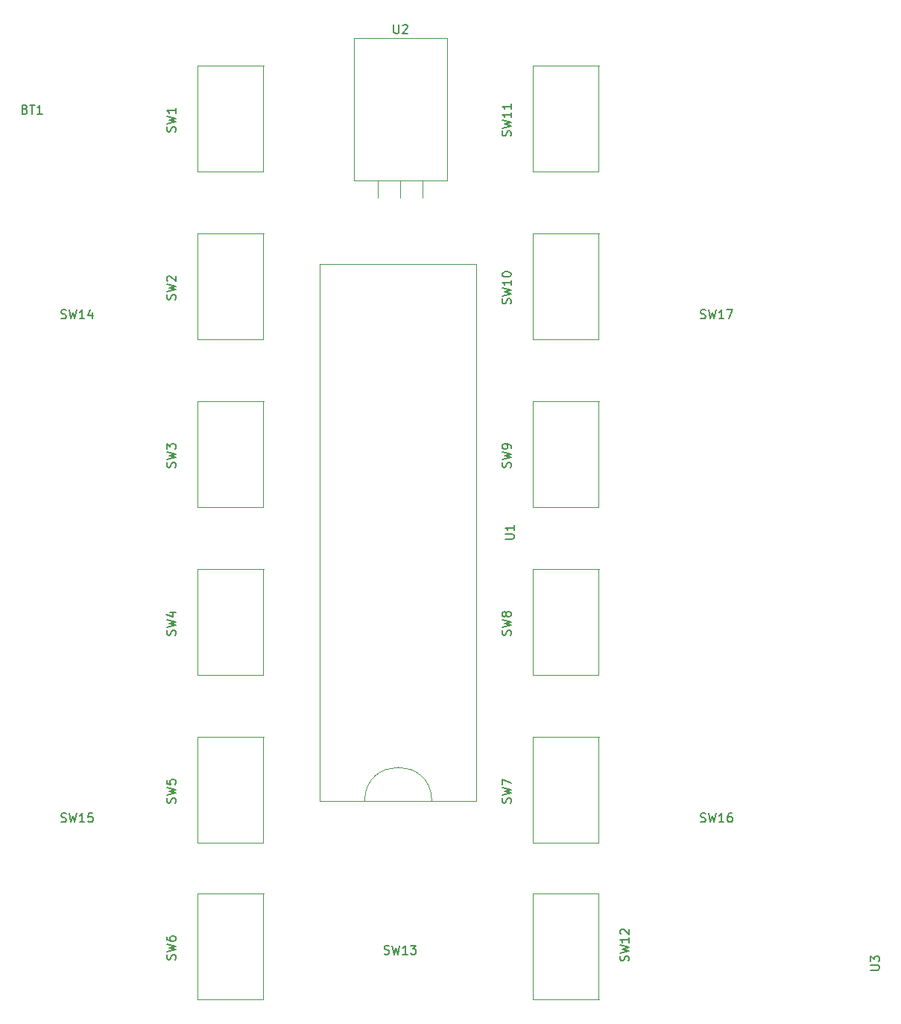
<source format=gbr>
G04 #@! TF.GenerationSoftware,KiCad,Pcbnew,(5.1.6)-1*
G04 #@! TF.CreationDate,2020-11-29T14:51:15-05:00*
G04 #@! TF.ProjectId,Launchbox,4c61756e-6368-4626-9f78-2e6b69636164,Launchbox*
G04 #@! TF.SameCoordinates,Original*
G04 #@! TF.FileFunction,Legend,Top*
G04 #@! TF.FilePolarity,Positive*
%FSLAX46Y46*%
G04 Gerber Fmt 4.6, Leading zero omitted, Abs format (unit mm)*
G04 Created by KiCad (PCBNEW (5.1.6)-1) date 2020-11-29 14:51:15*
%MOMM*%
%LPD*%
G01*
G04 APERTURE LIST*
%ADD10C,0.101600*%
%ADD11C,0.120000*%
%ADD12C,0.150000*%
G04 APERTURE END LIST*
D10*
X94825000Y-132065000D02*
X112605000Y-132065000D01*
X112605000Y-132065000D02*
X112605000Y-71105000D01*
X112605000Y-71105000D02*
X94825000Y-71105000D01*
X94825000Y-132065000D02*
X94825000Y-71105000D01*
X107525000Y-132065000D02*
G75*
G03*
X99905000Y-132065000I-3810000J0D01*
G01*
X119031200Y-67650600D02*
X119031200Y-79639400D01*
X119031200Y-67650600D02*
X126498800Y-67650600D01*
X126498800Y-67650600D02*
X126498800Y-79639400D01*
X119031200Y-79639400D02*
X126498800Y-79639400D01*
X126524200Y-67650600D02*
X119005800Y-67650600D01*
X88424200Y-48600600D02*
X80905800Y-48600600D01*
X80931200Y-60589400D02*
X88398800Y-60589400D01*
X88398800Y-48600600D02*
X88398800Y-60589400D01*
X80931200Y-48600600D02*
X88398800Y-48600600D01*
X80931200Y-48600600D02*
X80931200Y-60589400D01*
X80931200Y-67650600D02*
X80931200Y-79639400D01*
X80931200Y-67650600D02*
X88398800Y-67650600D01*
X88398800Y-67650600D02*
X88398800Y-79639400D01*
X80931200Y-79639400D02*
X88398800Y-79639400D01*
X88424200Y-67650600D02*
X80905800Y-67650600D01*
X88424200Y-86700600D02*
X80905800Y-86700600D01*
X80931200Y-98689400D02*
X88398800Y-98689400D01*
X88398800Y-86700600D02*
X88398800Y-98689400D01*
X80931200Y-86700600D02*
X88398800Y-86700600D01*
X80931200Y-86700600D02*
X80931200Y-98689400D01*
X80931200Y-105750600D02*
X80931200Y-117739400D01*
X80931200Y-105750600D02*
X88398800Y-105750600D01*
X88398800Y-105750600D02*
X88398800Y-117739400D01*
X80931200Y-117739400D02*
X88398800Y-117739400D01*
X88424200Y-105750600D02*
X80905800Y-105750600D01*
X88424200Y-124800600D02*
X80905800Y-124800600D01*
X80931200Y-136789400D02*
X88398800Y-136789400D01*
X88398800Y-124800600D02*
X88398800Y-136789400D01*
X80931200Y-124800600D02*
X88398800Y-124800600D01*
X80931200Y-124800600D02*
X80931200Y-136789400D01*
X80931200Y-142580600D02*
X80931200Y-154569400D01*
X80931200Y-142580600D02*
X88398800Y-142580600D01*
X88398800Y-142580600D02*
X88398800Y-154569400D01*
X80931200Y-154569400D02*
X88398800Y-154569400D01*
X88424200Y-142580600D02*
X80905800Y-142580600D01*
X119031200Y-124800600D02*
X119031200Y-136789400D01*
X119031200Y-124800600D02*
X126498800Y-124800600D01*
X126498800Y-124800600D02*
X126498800Y-136789400D01*
X119031200Y-136789400D02*
X126498800Y-136789400D01*
X126524200Y-124800600D02*
X119005800Y-124800600D01*
X126524200Y-105750600D02*
X119005800Y-105750600D01*
X119031200Y-117739400D02*
X126498800Y-117739400D01*
X126498800Y-105750600D02*
X126498800Y-117739400D01*
X119031200Y-105750600D02*
X126498800Y-105750600D01*
X119031200Y-105750600D02*
X119031200Y-117739400D01*
X126524200Y-86700600D02*
X119005800Y-86700600D01*
X119031200Y-98689400D02*
X126498800Y-98689400D01*
X126498800Y-86700600D02*
X126498800Y-98689400D01*
X119031200Y-86700600D02*
X126498800Y-86700600D01*
X119031200Y-86700600D02*
X119031200Y-98689400D01*
X126524200Y-48600600D02*
X119005800Y-48600600D01*
X119031200Y-60589400D02*
X126498800Y-60589400D01*
X126498800Y-48600600D02*
X126498800Y-60589400D01*
X119031200Y-48600600D02*
X126498800Y-48600600D01*
X119031200Y-48600600D02*
X119031200Y-60589400D01*
X126498800Y-154569400D02*
X126498800Y-142580600D01*
X126498800Y-154569400D02*
X119031200Y-154569400D01*
X119031200Y-154569400D02*
X119031200Y-142580600D01*
X126498800Y-142580600D02*
X119031200Y-142580600D01*
X119005800Y-154569400D02*
X126524200Y-154569400D01*
D11*
X106520000Y-61600000D02*
X106520000Y-63560000D01*
X103980000Y-61600000D02*
X103980000Y-63560000D01*
X101440000Y-61600000D02*
X101440000Y-63560000D01*
X109230000Y-45490000D02*
X109230000Y-61600000D01*
X98730000Y-45490000D02*
X98730000Y-61600000D01*
X98730000Y-45490000D02*
X109230000Y-45490000D01*
X98730000Y-61600000D02*
X109230000Y-61600000D01*
D12*
X115867380Y-102346904D02*
X116676904Y-102346904D01*
X116772142Y-102299285D01*
X116819761Y-102251666D01*
X116867380Y-102156428D01*
X116867380Y-101965952D01*
X116819761Y-101870714D01*
X116772142Y-101823095D01*
X116676904Y-101775476D01*
X115867380Y-101775476D01*
X116867380Y-100775476D02*
X116867380Y-101346904D01*
X116867380Y-101061190D02*
X115867380Y-101061190D01*
X116010238Y-101156428D01*
X116105476Y-101251666D01*
X116153095Y-101346904D01*
X116474321Y-75622163D02*
X116521940Y-75479306D01*
X116521940Y-75241211D01*
X116474321Y-75145973D01*
X116426702Y-75098354D01*
X116331464Y-75050735D01*
X116236226Y-75050735D01*
X116140988Y-75098354D01*
X116093369Y-75145973D01*
X116045750Y-75241211D01*
X115998131Y-75431687D01*
X115950512Y-75526925D01*
X115902893Y-75574544D01*
X115807655Y-75622163D01*
X115712417Y-75622163D01*
X115617179Y-75574544D01*
X115569560Y-75526925D01*
X115521940Y-75431687D01*
X115521940Y-75193592D01*
X115569560Y-75050735D01*
X115521940Y-74717401D02*
X116521940Y-74479306D01*
X115807655Y-74288830D01*
X116521940Y-74098354D01*
X115521940Y-73860259D01*
X116521940Y-72955497D02*
X116521940Y-73526925D01*
X116521940Y-73241211D02*
X115521940Y-73241211D01*
X115664798Y-73336449D01*
X115760036Y-73431687D01*
X115807655Y-73526925D01*
X115521940Y-72336449D02*
X115521940Y-72241211D01*
X115569560Y-72145973D01*
X115617179Y-72098354D01*
X115712417Y-72050735D01*
X115902893Y-72003116D01*
X116140988Y-72003116D01*
X116331464Y-72050735D01*
X116426702Y-72098354D01*
X116474321Y-72145973D01*
X116521940Y-72241211D01*
X116521940Y-72336449D01*
X116474321Y-72431687D01*
X116426702Y-72479306D01*
X116331464Y-72526925D01*
X116140988Y-72574544D01*
X115902893Y-72574544D01*
X115712417Y-72526925D01*
X115617179Y-72479306D01*
X115569560Y-72431687D01*
X115521940Y-72336449D01*
X61319285Y-53543571D02*
X61462142Y-53591190D01*
X61509761Y-53638809D01*
X61557380Y-53734047D01*
X61557380Y-53876904D01*
X61509761Y-53972142D01*
X61462142Y-54019761D01*
X61366904Y-54067380D01*
X60985952Y-54067380D01*
X60985952Y-53067380D01*
X61319285Y-53067380D01*
X61414523Y-53115000D01*
X61462142Y-53162619D01*
X61509761Y-53257857D01*
X61509761Y-53353095D01*
X61462142Y-53448333D01*
X61414523Y-53495952D01*
X61319285Y-53543571D01*
X60985952Y-53543571D01*
X61843095Y-53067380D02*
X62414523Y-53067380D01*
X62128809Y-54067380D02*
X62128809Y-53067380D01*
X63271666Y-54067380D02*
X62700238Y-54067380D01*
X62985952Y-54067380D02*
X62985952Y-53067380D01*
X62890714Y-53210238D01*
X62795476Y-53305476D01*
X62700238Y-53353095D01*
X78374321Y-56095973D02*
X78421940Y-55953116D01*
X78421940Y-55715020D01*
X78374321Y-55619782D01*
X78326702Y-55572163D01*
X78231464Y-55524544D01*
X78136226Y-55524544D01*
X78040988Y-55572163D01*
X77993369Y-55619782D01*
X77945750Y-55715020D01*
X77898131Y-55905497D01*
X77850512Y-56000735D01*
X77802893Y-56048354D01*
X77707655Y-56095973D01*
X77612417Y-56095973D01*
X77517179Y-56048354D01*
X77469560Y-56000735D01*
X77421940Y-55905497D01*
X77421940Y-55667401D01*
X77469560Y-55524544D01*
X77421940Y-55191211D02*
X78421940Y-54953116D01*
X77707655Y-54762640D01*
X78421940Y-54572163D01*
X77421940Y-54334068D01*
X78421940Y-53429306D02*
X78421940Y-54000735D01*
X78421940Y-53715020D02*
X77421940Y-53715020D01*
X77564798Y-53810259D01*
X77660036Y-53905497D01*
X77707655Y-54000735D01*
X78374321Y-75145973D02*
X78421940Y-75003116D01*
X78421940Y-74765020D01*
X78374321Y-74669782D01*
X78326702Y-74622163D01*
X78231464Y-74574544D01*
X78136226Y-74574544D01*
X78040988Y-74622163D01*
X77993369Y-74669782D01*
X77945750Y-74765020D01*
X77898131Y-74955497D01*
X77850512Y-75050735D01*
X77802893Y-75098354D01*
X77707655Y-75145973D01*
X77612417Y-75145973D01*
X77517179Y-75098354D01*
X77469560Y-75050735D01*
X77421940Y-74955497D01*
X77421940Y-74717401D01*
X77469560Y-74574544D01*
X77421940Y-74241211D02*
X78421940Y-74003116D01*
X77707655Y-73812640D01*
X78421940Y-73622163D01*
X77421940Y-73384068D01*
X77517179Y-73050735D02*
X77469560Y-73003116D01*
X77421940Y-72907878D01*
X77421940Y-72669782D01*
X77469560Y-72574544D01*
X77517179Y-72526925D01*
X77612417Y-72479306D01*
X77707655Y-72479306D01*
X77850512Y-72526925D01*
X78421940Y-73098354D01*
X78421940Y-72479306D01*
X78374321Y-94195973D02*
X78421940Y-94053116D01*
X78421940Y-93815020D01*
X78374321Y-93719782D01*
X78326702Y-93672163D01*
X78231464Y-93624544D01*
X78136226Y-93624544D01*
X78040988Y-93672163D01*
X77993369Y-93719782D01*
X77945750Y-93815020D01*
X77898131Y-94005497D01*
X77850512Y-94100735D01*
X77802893Y-94148354D01*
X77707655Y-94195973D01*
X77612417Y-94195973D01*
X77517179Y-94148354D01*
X77469560Y-94100735D01*
X77421940Y-94005497D01*
X77421940Y-93767401D01*
X77469560Y-93624544D01*
X77421940Y-93291211D02*
X78421940Y-93053116D01*
X77707655Y-92862640D01*
X78421940Y-92672163D01*
X77421940Y-92434068D01*
X77421940Y-92148354D02*
X77421940Y-91529306D01*
X77802893Y-91862640D01*
X77802893Y-91719782D01*
X77850512Y-91624544D01*
X77898131Y-91576925D01*
X77993369Y-91529306D01*
X78231464Y-91529306D01*
X78326702Y-91576925D01*
X78374321Y-91624544D01*
X78421940Y-91719782D01*
X78421940Y-92005497D01*
X78374321Y-92100735D01*
X78326702Y-92148354D01*
X78374321Y-113245973D02*
X78421940Y-113103116D01*
X78421940Y-112865020D01*
X78374321Y-112769782D01*
X78326702Y-112722163D01*
X78231464Y-112674544D01*
X78136226Y-112674544D01*
X78040988Y-112722163D01*
X77993369Y-112769782D01*
X77945750Y-112865020D01*
X77898131Y-113055497D01*
X77850512Y-113150735D01*
X77802893Y-113198354D01*
X77707655Y-113245973D01*
X77612417Y-113245973D01*
X77517179Y-113198354D01*
X77469560Y-113150735D01*
X77421940Y-113055497D01*
X77421940Y-112817401D01*
X77469560Y-112674544D01*
X77421940Y-112341211D02*
X78421940Y-112103116D01*
X77707655Y-111912640D01*
X78421940Y-111722163D01*
X77421940Y-111484068D01*
X77755274Y-110674544D02*
X78421940Y-110674544D01*
X77374321Y-110912640D02*
X78088607Y-111150735D01*
X78088607Y-110531687D01*
X78374321Y-132295973D02*
X78421940Y-132153116D01*
X78421940Y-131915020D01*
X78374321Y-131819782D01*
X78326702Y-131772163D01*
X78231464Y-131724544D01*
X78136226Y-131724544D01*
X78040988Y-131772163D01*
X77993369Y-131819782D01*
X77945750Y-131915020D01*
X77898131Y-132105497D01*
X77850512Y-132200735D01*
X77802893Y-132248354D01*
X77707655Y-132295973D01*
X77612417Y-132295973D01*
X77517179Y-132248354D01*
X77469560Y-132200735D01*
X77421940Y-132105497D01*
X77421940Y-131867401D01*
X77469560Y-131724544D01*
X77421940Y-131391211D02*
X78421940Y-131153116D01*
X77707655Y-130962640D01*
X78421940Y-130772163D01*
X77421940Y-130534068D01*
X77421940Y-129676925D02*
X77421940Y-130153116D01*
X77898131Y-130200735D01*
X77850512Y-130153116D01*
X77802893Y-130057878D01*
X77802893Y-129819782D01*
X77850512Y-129724544D01*
X77898131Y-129676925D01*
X77993369Y-129629306D01*
X78231464Y-129629306D01*
X78326702Y-129676925D01*
X78374321Y-129724544D01*
X78421940Y-129819782D01*
X78421940Y-130057878D01*
X78374321Y-130153116D01*
X78326702Y-130200735D01*
X78374321Y-150075973D02*
X78421940Y-149933116D01*
X78421940Y-149695020D01*
X78374321Y-149599782D01*
X78326702Y-149552163D01*
X78231464Y-149504544D01*
X78136226Y-149504544D01*
X78040988Y-149552163D01*
X77993369Y-149599782D01*
X77945750Y-149695020D01*
X77898131Y-149885497D01*
X77850512Y-149980735D01*
X77802893Y-150028354D01*
X77707655Y-150075973D01*
X77612417Y-150075973D01*
X77517179Y-150028354D01*
X77469560Y-149980735D01*
X77421940Y-149885497D01*
X77421940Y-149647401D01*
X77469560Y-149504544D01*
X77421940Y-149171211D02*
X78421940Y-148933116D01*
X77707655Y-148742640D01*
X78421940Y-148552163D01*
X77421940Y-148314068D01*
X77421940Y-147504544D02*
X77421940Y-147695020D01*
X77469560Y-147790259D01*
X77517179Y-147837878D01*
X77660036Y-147933116D01*
X77850512Y-147980735D01*
X78231464Y-147980735D01*
X78326702Y-147933116D01*
X78374321Y-147885497D01*
X78421940Y-147790259D01*
X78421940Y-147599782D01*
X78374321Y-147504544D01*
X78326702Y-147456925D01*
X78231464Y-147409306D01*
X77993369Y-147409306D01*
X77898131Y-147456925D01*
X77850512Y-147504544D01*
X77802893Y-147599782D01*
X77802893Y-147790259D01*
X77850512Y-147885497D01*
X77898131Y-147933116D01*
X77993369Y-147980735D01*
X116474321Y-132295973D02*
X116521940Y-132153116D01*
X116521940Y-131915020D01*
X116474321Y-131819782D01*
X116426702Y-131772163D01*
X116331464Y-131724544D01*
X116236226Y-131724544D01*
X116140988Y-131772163D01*
X116093369Y-131819782D01*
X116045750Y-131915020D01*
X115998131Y-132105497D01*
X115950512Y-132200735D01*
X115902893Y-132248354D01*
X115807655Y-132295973D01*
X115712417Y-132295973D01*
X115617179Y-132248354D01*
X115569560Y-132200735D01*
X115521940Y-132105497D01*
X115521940Y-131867401D01*
X115569560Y-131724544D01*
X115521940Y-131391211D02*
X116521940Y-131153116D01*
X115807655Y-130962640D01*
X116521940Y-130772163D01*
X115521940Y-130534068D01*
X115521940Y-130248354D02*
X115521940Y-129581687D01*
X116521940Y-130010259D01*
X116474321Y-113245973D02*
X116521940Y-113103116D01*
X116521940Y-112865020D01*
X116474321Y-112769782D01*
X116426702Y-112722163D01*
X116331464Y-112674544D01*
X116236226Y-112674544D01*
X116140988Y-112722163D01*
X116093369Y-112769782D01*
X116045750Y-112865020D01*
X115998131Y-113055497D01*
X115950512Y-113150735D01*
X115902893Y-113198354D01*
X115807655Y-113245973D01*
X115712417Y-113245973D01*
X115617179Y-113198354D01*
X115569560Y-113150735D01*
X115521940Y-113055497D01*
X115521940Y-112817401D01*
X115569560Y-112674544D01*
X115521940Y-112341211D02*
X116521940Y-112103116D01*
X115807655Y-111912640D01*
X116521940Y-111722163D01*
X115521940Y-111484068D01*
X115950512Y-110960259D02*
X115902893Y-111055497D01*
X115855274Y-111103116D01*
X115760036Y-111150735D01*
X115712417Y-111150735D01*
X115617179Y-111103116D01*
X115569560Y-111055497D01*
X115521940Y-110960259D01*
X115521940Y-110769782D01*
X115569560Y-110674544D01*
X115617179Y-110626925D01*
X115712417Y-110579306D01*
X115760036Y-110579306D01*
X115855274Y-110626925D01*
X115902893Y-110674544D01*
X115950512Y-110769782D01*
X115950512Y-110960259D01*
X115998131Y-111055497D01*
X116045750Y-111103116D01*
X116140988Y-111150735D01*
X116331464Y-111150735D01*
X116426702Y-111103116D01*
X116474321Y-111055497D01*
X116521940Y-110960259D01*
X116521940Y-110769782D01*
X116474321Y-110674544D01*
X116426702Y-110626925D01*
X116331464Y-110579306D01*
X116140988Y-110579306D01*
X116045750Y-110626925D01*
X115998131Y-110674544D01*
X115950512Y-110769782D01*
X116474321Y-94195973D02*
X116521940Y-94053116D01*
X116521940Y-93815020D01*
X116474321Y-93719782D01*
X116426702Y-93672163D01*
X116331464Y-93624544D01*
X116236226Y-93624544D01*
X116140988Y-93672163D01*
X116093369Y-93719782D01*
X116045750Y-93815020D01*
X115998131Y-94005497D01*
X115950512Y-94100735D01*
X115902893Y-94148354D01*
X115807655Y-94195973D01*
X115712417Y-94195973D01*
X115617179Y-94148354D01*
X115569560Y-94100735D01*
X115521940Y-94005497D01*
X115521940Y-93767401D01*
X115569560Y-93624544D01*
X115521940Y-93291211D02*
X116521940Y-93053116D01*
X115807655Y-92862640D01*
X116521940Y-92672163D01*
X115521940Y-92434068D01*
X116521940Y-92005497D02*
X116521940Y-91815020D01*
X116474321Y-91719782D01*
X116426702Y-91672163D01*
X116283845Y-91576925D01*
X116093369Y-91529306D01*
X115712417Y-91529306D01*
X115617179Y-91576925D01*
X115569560Y-91624544D01*
X115521940Y-91719782D01*
X115521940Y-91910259D01*
X115569560Y-92005497D01*
X115617179Y-92053116D01*
X115712417Y-92100735D01*
X115950512Y-92100735D01*
X116045750Y-92053116D01*
X116093369Y-92005497D01*
X116140988Y-91910259D01*
X116140988Y-91719782D01*
X116093369Y-91624544D01*
X116045750Y-91576925D01*
X115950512Y-91529306D01*
X116474321Y-56572163D02*
X116521940Y-56429306D01*
X116521940Y-56191211D01*
X116474321Y-56095973D01*
X116426702Y-56048354D01*
X116331464Y-56000735D01*
X116236226Y-56000735D01*
X116140988Y-56048354D01*
X116093369Y-56095973D01*
X116045750Y-56191211D01*
X115998131Y-56381687D01*
X115950512Y-56476925D01*
X115902893Y-56524544D01*
X115807655Y-56572163D01*
X115712417Y-56572163D01*
X115617179Y-56524544D01*
X115569560Y-56476925D01*
X115521940Y-56381687D01*
X115521940Y-56143592D01*
X115569560Y-56000735D01*
X115521940Y-55667401D02*
X116521940Y-55429306D01*
X115807655Y-55238830D01*
X116521940Y-55048354D01*
X115521940Y-54810259D01*
X116521940Y-53905497D02*
X116521940Y-54476925D01*
X116521940Y-54191211D02*
X115521940Y-54191211D01*
X115664798Y-54286449D01*
X115760036Y-54381687D01*
X115807655Y-54476925D01*
X116521940Y-52953116D02*
X116521940Y-53524544D01*
X116521940Y-53238830D02*
X115521940Y-53238830D01*
X115664798Y-53334068D01*
X115760036Y-53429306D01*
X115807655Y-53524544D01*
X129865201Y-150216883D02*
X129912820Y-150074026D01*
X129912820Y-149835931D01*
X129865201Y-149740693D01*
X129817582Y-149693074D01*
X129722344Y-149645455D01*
X129627106Y-149645455D01*
X129531868Y-149693074D01*
X129484249Y-149740693D01*
X129436630Y-149835931D01*
X129389011Y-150026407D01*
X129341392Y-150121645D01*
X129293773Y-150169264D01*
X129198535Y-150216883D01*
X129103297Y-150216883D01*
X129008059Y-150169264D01*
X128960440Y-150121645D01*
X128912820Y-150026407D01*
X128912820Y-149788312D01*
X128960440Y-149645455D01*
X128912820Y-149312121D02*
X129912820Y-149074026D01*
X129198535Y-148883550D01*
X129912820Y-148693074D01*
X128912820Y-148454979D01*
X129912820Y-147550217D02*
X129912820Y-148121645D01*
X129912820Y-147835931D02*
X128912820Y-147835931D01*
X129055678Y-147931169D01*
X129150916Y-148026407D01*
X129198535Y-148121645D01*
X129008059Y-147169264D02*
X128960440Y-147121645D01*
X128912820Y-147026407D01*
X128912820Y-146788312D01*
X128960440Y-146693074D01*
X129008059Y-146645455D01*
X129103297Y-146597836D01*
X129198535Y-146597836D01*
X129341392Y-146645455D01*
X129912820Y-147216883D01*
X129912820Y-146597836D01*
X102124116Y-149430001D02*
X102266973Y-149477620D01*
X102505068Y-149477620D01*
X102600306Y-149430001D01*
X102647925Y-149382382D01*
X102695544Y-149287144D01*
X102695544Y-149191906D01*
X102647925Y-149096668D01*
X102600306Y-149049049D01*
X102505068Y-149001430D01*
X102314592Y-148953811D01*
X102219354Y-148906192D01*
X102171735Y-148858573D01*
X102124116Y-148763335D01*
X102124116Y-148668097D01*
X102171735Y-148572859D01*
X102219354Y-148525240D01*
X102314592Y-148477620D01*
X102552687Y-148477620D01*
X102695544Y-148525240D01*
X103028878Y-148477620D02*
X103266973Y-149477620D01*
X103457449Y-148763335D01*
X103647925Y-149477620D01*
X103886020Y-148477620D01*
X104790782Y-149477620D02*
X104219354Y-149477620D01*
X104505068Y-149477620D02*
X104505068Y-148477620D01*
X104409830Y-148620478D01*
X104314592Y-148715716D01*
X104219354Y-148763335D01*
X105124116Y-148477620D02*
X105743163Y-148477620D01*
X105409830Y-148858573D01*
X105552687Y-148858573D01*
X105647925Y-148906192D01*
X105695544Y-148953811D01*
X105743163Y-149049049D01*
X105743163Y-149287144D01*
X105695544Y-149382382D01*
X105647925Y-149430001D01*
X105552687Y-149477620D01*
X105266973Y-149477620D01*
X105171735Y-149430001D01*
X105124116Y-149382382D01*
X65414116Y-77255001D02*
X65556973Y-77302620D01*
X65795068Y-77302620D01*
X65890306Y-77255001D01*
X65937925Y-77207382D01*
X65985544Y-77112144D01*
X65985544Y-77016906D01*
X65937925Y-76921668D01*
X65890306Y-76874049D01*
X65795068Y-76826430D01*
X65604592Y-76778811D01*
X65509354Y-76731192D01*
X65461735Y-76683573D01*
X65414116Y-76588335D01*
X65414116Y-76493097D01*
X65461735Y-76397859D01*
X65509354Y-76350240D01*
X65604592Y-76302620D01*
X65842687Y-76302620D01*
X65985544Y-76350240D01*
X66318878Y-76302620D02*
X66556973Y-77302620D01*
X66747449Y-76588335D01*
X66937925Y-77302620D01*
X67176020Y-76302620D01*
X68080782Y-77302620D02*
X67509354Y-77302620D01*
X67795068Y-77302620D02*
X67795068Y-76302620D01*
X67699830Y-76445478D01*
X67604592Y-76540716D01*
X67509354Y-76588335D01*
X68937925Y-76635954D02*
X68937925Y-77302620D01*
X68699830Y-76255001D02*
X68461735Y-76969287D01*
X69080782Y-76969287D01*
X65414116Y-134405001D02*
X65556973Y-134452620D01*
X65795068Y-134452620D01*
X65890306Y-134405001D01*
X65937925Y-134357382D01*
X65985544Y-134262144D01*
X65985544Y-134166906D01*
X65937925Y-134071668D01*
X65890306Y-134024049D01*
X65795068Y-133976430D01*
X65604592Y-133928811D01*
X65509354Y-133881192D01*
X65461735Y-133833573D01*
X65414116Y-133738335D01*
X65414116Y-133643097D01*
X65461735Y-133547859D01*
X65509354Y-133500240D01*
X65604592Y-133452620D01*
X65842687Y-133452620D01*
X65985544Y-133500240D01*
X66318878Y-133452620D02*
X66556973Y-134452620D01*
X66747449Y-133738335D01*
X66937925Y-134452620D01*
X67176020Y-133452620D01*
X68080782Y-134452620D02*
X67509354Y-134452620D01*
X67795068Y-134452620D02*
X67795068Y-133452620D01*
X67699830Y-133595478D01*
X67604592Y-133690716D01*
X67509354Y-133738335D01*
X68985544Y-133452620D02*
X68509354Y-133452620D01*
X68461735Y-133928811D01*
X68509354Y-133881192D01*
X68604592Y-133833573D01*
X68842687Y-133833573D01*
X68937925Y-133881192D01*
X68985544Y-133928811D01*
X69033163Y-134024049D01*
X69033163Y-134262144D01*
X68985544Y-134357382D01*
X68937925Y-134405001D01*
X68842687Y-134452620D01*
X68604592Y-134452620D01*
X68509354Y-134405001D01*
X68461735Y-134357382D01*
X138058116Y-134405001D02*
X138200973Y-134452620D01*
X138439068Y-134452620D01*
X138534306Y-134405001D01*
X138581925Y-134357382D01*
X138629544Y-134262144D01*
X138629544Y-134166906D01*
X138581925Y-134071668D01*
X138534306Y-134024049D01*
X138439068Y-133976430D01*
X138248592Y-133928811D01*
X138153354Y-133881192D01*
X138105735Y-133833573D01*
X138058116Y-133738335D01*
X138058116Y-133643097D01*
X138105735Y-133547859D01*
X138153354Y-133500240D01*
X138248592Y-133452620D01*
X138486687Y-133452620D01*
X138629544Y-133500240D01*
X138962878Y-133452620D02*
X139200973Y-134452620D01*
X139391449Y-133738335D01*
X139581925Y-134452620D01*
X139820020Y-133452620D01*
X140724782Y-134452620D02*
X140153354Y-134452620D01*
X140439068Y-134452620D02*
X140439068Y-133452620D01*
X140343830Y-133595478D01*
X140248592Y-133690716D01*
X140153354Y-133738335D01*
X141581925Y-133452620D02*
X141391449Y-133452620D01*
X141296211Y-133500240D01*
X141248592Y-133547859D01*
X141153354Y-133690716D01*
X141105735Y-133881192D01*
X141105735Y-134262144D01*
X141153354Y-134357382D01*
X141200973Y-134405001D01*
X141296211Y-134452620D01*
X141486687Y-134452620D01*
X141581925Y-134405001D01*
X141629544Y-134357382D01*
X141677163Y-134262144D01*
X141677163Y-134024049D01*
X141629544Y-133928811D01*
X141581925Y-133881192D01*
X141486687Y-133833573D01*
X141296211Y-133833573D01*
X141200973Y-133881192D01*
X141153354Y-133928811D01*
X141105735Y-134024049D01*
X138058116Y-77255001D02*
X138200973Y-77302620D01*
X138439068Y-77302620D01*
X138534306Y-77255001D01*
X138581925Y-77207382D01*
X138629544Y-77112144D01*
X138629544Y-77016906D01*
X138581925Y-76921668D01*
X138534306Y-76874049D01*
X138439068Y-76826430D01*
X138248592Y-76778811D01*
X138153354Y-76731192D01*
X138105735Y-76683573D01*
X138058116Y-76588335D01*
X138058116Y-76493097D01*
X138105735Y-76397859D01*
X138153354Y-76350240D01*
X138248592Y-76302620D01*
X138486687Y-76302620D01*
X138629544Y-76350240D01*
X138962878Y-76302620D02*
X139200973Y-77302620D01*
X139391449Y-76588335D01*
X139581925Y-77302620D01*
X139820020Y-76302620D01*
X140724782Y-77302620D02*
X140153354Y-77302620D01*
X140439068Y-77302620D02*
X140439068Y-76302620D01*
X140343830Y-76445478D01*
X140248592Y-76540716D01*
X140153354Y-76588335D01*
X141058116Y-76302620D02*
X141724782Y-76302620D01*
X141296211Y-77302620D01*
X103218095Y-43942380D02*
X103218095Y-44751904D01*
X103265714Y-44847142D01*
X103313333Y-44894761D01*
X103408571Y-44942380D01*
X103599047Y-44942380D01*
X103694285Y-44894761D01*
X103741904Y-44847142D01*
X103789523Y-44751904D01*
X103789523Y-43942380D01*
X104218095Y-44037619D02*
X104265714Y-43990000D01*
X104360952Y-43942380D01*
X104599047Y-43942380D01*
X104694285Y-43990000D01*
X104741904Y-44037619D01*
X104789523Y-44132857D01*
X104789523Y-44228095D01*
X104741904Y-44370952D01*
X104170476Y-44942380D01*
X104789523Y-44942380D01*
X157377380Y-151261904D02*
X158186904Y-151261904D01*
X158282142Y-151214285D01*
X158329761Y-151166666D01*
X158377380Y-151071428D01*
X158377380Y-150880952D01*
X158329761Y-150785714D01*
X158282142Y-150738095D01*
X158186904Y-150690476D01*
X157377380Y-150690476D01*
X157377380Y-150309523D02*
X157377380Y-149690476D01*
X157758333Y-150023809D01*
X157758333Y-149880952D01*
X157805952Y-149785714D01*
X157853571Y-149738095D01*
X157948809Y-149690476D01*
X158186904Y-149690476D01*
X158282142Y-149738095D01*
X158329761Y-149785714D01*
X158377380Y-149880952D01*
X158377380Y-150166666D01*
X158329761Y-150261904D01*
X158282142Y-150309523D01*
M02*

</source>
